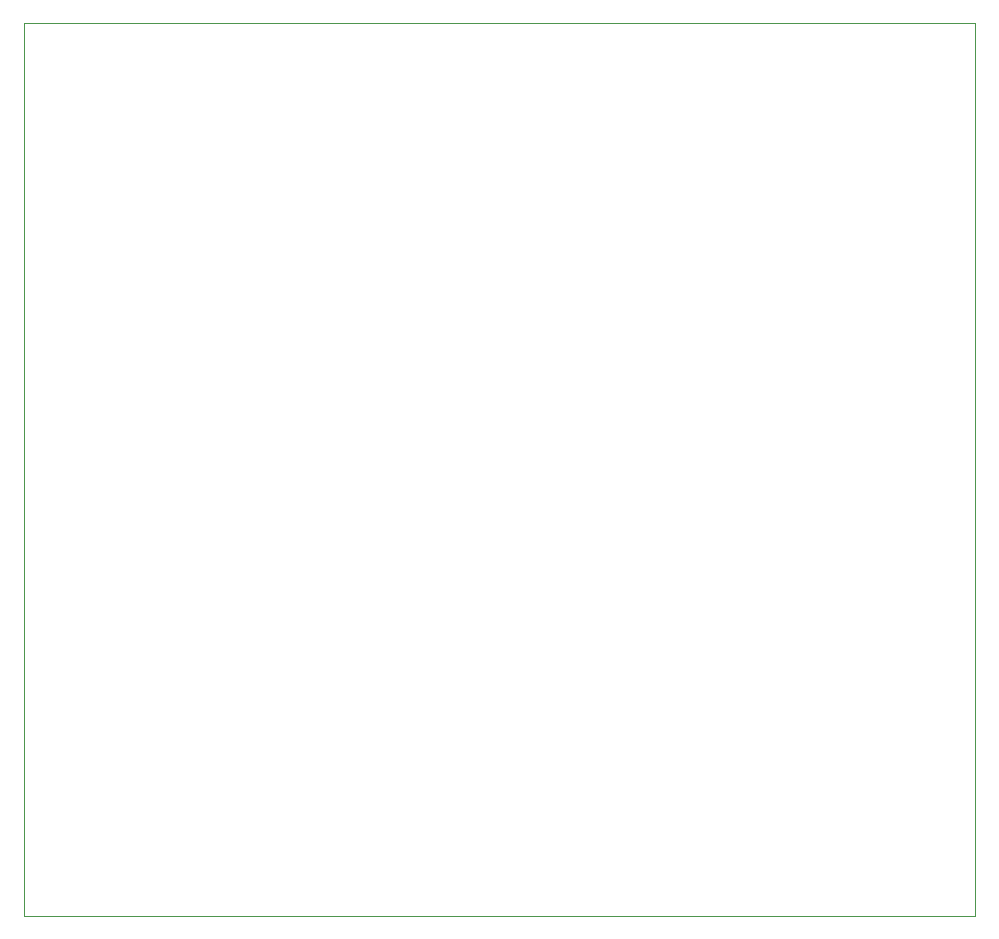
<source format=gbr>
G04 #@! TF.GenerationSoftware,KiCad,Pcbnew,(5.1.10)-1*
G04 #@! TF.CreationDate,2021-10-20T16:57:21-04:00*
G04 #@! TF.ProjectId,Main_Board,4d61696e-5f42-46f6-9172-642e6b696361,rev?*
G04 #@! TF.SameCoordinates,Original*
G04 #@! TF.FileFunction,Profile,NP*
%FSLAX46Y46*%
G04 Gerber Fmt 4.6, Leading zero omitted, Abs format (unit mm)*
G04 Created by KiCad (PCBNEW (5.1.10)-1) date 2021-10-20 16:57:21*
%MOMM*%
%LPD*%
G01*
G04 APERTURE LIST*
G04 #@! TA.AperFunction,Profile*
%ADD10C,0.050000*%
G04 #@! TD*
G04 APERTURE END LIST*
D10*
X86106000Y-100482400D02*
X86106000Y-24841200D01*
X166624000Y-100482400D02*
X86106000Y-100482400D01*
X166624000Y-24841200D02*
X166624000Y-100482400D01*
X86106000Y-24841200D02*
X166624000Y-24841200D01*
M02*

</source>
